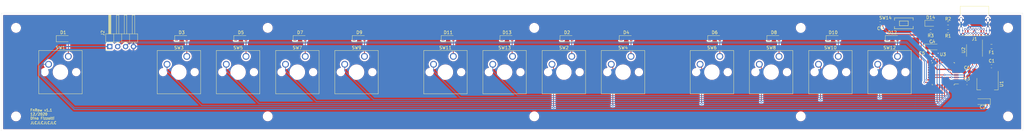
<source format=kicad_pcb>
(kicad_pcb (version 20171130) (host pcbnew 5.1.9)
  (title_block (title FnRow) (date 2020-12-23) (rev 1.1) (company "Dino Fizzotti"))
  (layers (0 Front signal) (1 In1.Cu signal) (2 In2.Cu signal) (31 Back signal) (34 B.Paste user) (35 F.Paste user) (36 B.SilkS user) (37 F.SilkS user) (38 B.Mask user) (39 F.Mask user) (44 Edge.Cuts user))
  (net 0 "")
  (net 1 +5V)
  (net 2 GND)
  (net 3 +3V3)
  (net 4 "Net-(D1-Pad2)")
  (net 5 /ROW0)
  (net 6 /ROW1)
  (net 7 "Net-(D2-Pad2)")
  (net 8 "Net-(D3-Pad2)")
  (net 9 "Net-(D4-Pad2)")
  (net 10 "Net-(D5-Pad2)")
  (net 11 "Net-(D6-Pad2)")
  (net 12 "Net-(D7-Pad2)")
  (net 13 "Net-(D8-Pad2)")
  (net 14 "Net-(D9-Pad2)")
  (net 15 "Net-(D10-Pad2)")
  (net 16 "Net-(D11-Pad2)")
  (net 17 "Net-(D12-Pad2)")
  (net 18 "Net-(D13-Pad2)")
  (net 19 "Net-(D14-Pad2)")
  (net 20 "Net-(F1-Pad2)")
  (net 21 "Net-(J1-PadA5)")
  (net 22 "Net-(J1-PadA6)")
  (net 23 "Net-(J1-PadA7)")
  (net 24 "Net-(J1-PadA8)")
  (net 25 "Net-(J1-PadB5)")
  (net 26 "Net-(J1-PadB8)")
  (net 27 /SWDIO)
  (net 28 /SWCLK)
  (net 29 /COL0)
  (net 30 /COL1)
  (net 31 /COL2)
  (net 32 /COL3)
  (net 33 /COL4)
  (net 34 /COL5)
  (net 35 /COL6)
  (net 36 "Net-(U3-Pad2)")
  (net 37 "Net-(U3-Pad3)")
  (net 38 "Net-(U3-Pad8)")
  (net 39 "Net-(U3-Pad9)")
  (net 40 "Net-(U3-Pad10)")
  (net 41 "Net-(U3-Pad11)")
  (net 42 "Net-(U3-Pad12)")
  (net 43 "Net-(U3-Pad13)")
  (net 44 "Net-(U3-Pad18)")
  (net 45 "Net-(U3-Pad19)")
  (net 46 "Net-(U3-Pad20)")
  (net 47 /USB_DM)
  (net 48 /USB_DP)
  (net 49 "Net-(U3-Pad31)")
  (net 50 /NRST)
  (net 51 /LED)
  (module Connector_USB:USB_C_Receptacle_GCT_USB4085 (layer Front) (at 361.3785 132.9055 180)
    (fp_text reference J1 (at 2.975 -1.8) (layer F.SilkS))
    (fp_text value USB_C_Receptacle_USB2.0)
    (pad A1 thru_hole circle (at 0 0 180) (size 0.7 0.7) (drill 0.4) (layers *.Cu *.Mask) (net 2 GND))
    (pad A4 thru_hole circle (at 0.85 0 180) (size 0.7 0.7) (drill 0.4) (layers *.Cu *.Mask) (net 20 "Net-(F1-Pad2)"))
    (pad A5 thru_hole circle (at 1.7 0 180) (size 0.7 0.7) (drill 0.4) (layers *.Cu *.Mask) (net 21 "Net-(J1-PadA5)"))
    (pad A6 thru_hole circle (at 2.55 0 180) (size 0.7 0.7) (drill 0.4) (layers *.Cu *.Mask) (net 22 "Net-(J1-PadA6)"))
    (pad A7 thru_hole circle (at 3.4 0 180) (size 0.7 0.7) (drill 0.4) (layers *.Cu *.Mask) (net 23 "Net-(J1-PadA7)"))
    (pad A8 thru_hole circle (at 4.25 0 180) (size 0.7 0.7) (drill 0.4) (layers *.Cu *.Mask) (net 24 "Net-(J1-PadA8)"))
    (pad A9 thru_hole circle (at 5.1 0 180) (size 0.7 0.7) (drill 0.4) (layers *.Cu *.Mask) (net 20 "Net-(F1-Pad2)"))
    (pad A12 thru_hole circle (at 5.95 0 180) (size 0.7 0.7) (drill 0.4) (layers *.Cu *.Mask) (net 2 GND))
    (pad B9 thru_hole circle (at 0.85 1.35 180) (size 0.7 0.7) (drill 0.4) (layers *.Cu *.Mask) (net 20 "Net-(F1-Pad2)"))
    (pad B7 thru_hole circle (at 2.55 1.35 180) (size 0.7 0.7) (drill 0.4) (layers *.Cu *.Mask) (net 23 "Net-(J1-PadA7)"))
    (pad B8 thru_hole circle (at 1.7 1.35 180) (size 0.7 0.7) (drill 0.4) (layers *.Cu *.Mask) (net 26 "Net-(J1-PadB8)"))
    (pad B12 thru_hole circle (at 0 1.35 180) (size 0.7 0.7) (drill 0.4) (layers *.Cu *.Mask) (net 2 GND))
    (pad B5 thru_hole circle (at 4.25 1.35 180) (size 0.7 0.7) (drill 0.4) (layers *.Cu *.Mask) (net 25 "Net-(J1-PadB5)"))
    (pad B4 thru_hole circle (at 5.1 1.35 180) (size 0.7 0.7) (drill 0.4) (layers *.Cu *.Mask) (net 20 "Net-(F1-Pad2)"))
    (pad B1 thru_hole circle (at 5.95 1.35 180) (size 0.7 0.7) (drill 0.4) (layers *.Cu *.Mask) (net 2 GND))
    (pad B6 thru_hole circle (at 3.4 1.35 180) (size 0.7 0.7) (drill 0.4) (layers *.Cu *.Mask) (net 22 "Net-(J1-PadA6)"))
    (pad S1 thru_hole oval (at -1.35 0.98 180) (size 0.9 2.4) (drill oval 0.6 2.1) (layers *.Cu *.Mask) (net 2 GND))
    (pad S1 thru_hole oval (at 7.3 0.98 180) (size 0.9 2.4) (drill oval 0.6 2.1) (layers *.Cu *.Mask) (net 2 GND))
    (pad S1 thru_hole oval (at -1.35 4.36 180) (size 0.9 1.7) (drill oval 0.6 1.4) (layers *.Cu *.Mask) (net 2 GND))
    (pad S1 thru_hole oval (at 7.3 4.36 180) (size 0.9 1.7) (drill oval 0.6 1.4) (layers *.Cu *.Mask) (net 2 GND))
  )
  (module Diode_SMD:D_SOD-123 (layer Front) (at 160.528 134.62)
    (fp_text reference D9 (at 0 -2) (layer F.SilkS))
    (fp_text value 1N4148)
    (pad 2 smd rect (at 1.65 0) (size 0.9 1.2) (layers Front F.Paste F.Mask) (net 14 "Net-(D9-Pad2)"))
    (pad 1 smd rect (at -1.65 0) (size 0.9 1.2) (layers Front F.Paste F.Mask) (net 5 /ROW0))
  )
  (module Diode_SMD:D_SOD-123 (layer Front) (at 122.428 134.62)
    (fp_text reference D5 (at 0 -2) (layer F.SilkS))
    (fp_text value 1N4148)
    (pad 2 smd rect (at 1.65 0) (size 0.9 1.2) (layers Front F.Paste F.Mask) (net 10 "Net-(D5-Pad2)"))
    (pad 1 smd rect (at -1.65 0) (size 0.9 1.2) (layers Front F.Paste F.Mask) (net 5 /ROW0))
  )
  (module Diode_SMD:D_SOD-123 (layer Front) (at 208.026 134.62)
    (fp_text reference D13 (at 0 -2) (layer F.SilkS))
    (fp_text value 1N4148)
    (pad 2 smd rect (at 1.65 0) (size 0.9 1.2) (layers Front F.Paste F.Mask) (net 18 "Net-(D13-Pad2)"))
    (pad 1 smd rect (at -1.65 0) (size 0.9 1.2) (layers Front F.Paste F.Mask) (net 5 /ROW0))
  )
  (module Diode_SMD:D_SOD-123 (layer Front) (at 331.978 134.62)
    (fp_text reference D12 (at 0 -2) (layer F.SilkS))
    (fp_text value 1N4148)
    (pad 2 smd rect (at 1.65 0) (size 0.9 1.2) (layers Front F.Paste F.Mask) (net 17 "Net-(D12-Pad2)"))
    (pad 1 smd rect (at -1.65 0) (size 0.9 1.2) (layers Front F.Paste F.Mask) (net 6 /ROW1))
  )
  (module Diode_SMD:D_SOD-123 (layer Front) (at 189.104 134.62)
    (fp_text reference D11 (at 0 -2) (layer F.SilkS))
    (fp_text value 1N4148)
    (pad 2 smd rect (at 1.65 0) (size 0.9 1.2) (layers Front F.Paste F.Mask) (net 16 "Net-(D11-Pad2)"))
    (pad 1 smd rect (at -1.65 0) (size 0.9 1.2) (layers Front F.Paste F.Mask) (net 5 /ROW0))
  )
  (module Diode_SMD:D_SOD-123 (layer Front) (at 312.928 134.62)
    (fp_text reference D10 (at 0 -2) (layer F.SilkS))
    (fp_text value 1N4148)
    (pad 2 smd rect (at 1.65 0) (size 0.9 1.2) (layers Front F.Paste F.Mask) (net 15 "Net-(D10-Pad2)"))
    (pad 1 smd rect (at -1.65 0) (size 0.9 1.2) (layers Front F.Paste F.Mask) (net 6 /ROW1))
  )
  (module Diode_SMD:D_SOD-123 (layer Front) (at 293.878 134.62)
    (fp_text reference D8 (at 0 -2) (layer F.SilkS))
    (fp_text value 1N4148)
    (pad 2 smd rect (at 1.65 0) (size 0.9 1.2) (layers Front F.Paste F.Mask) (net 13 "Net-(D8-Pad2)"))
    (pad 1 smd rect (at -1.65 0) (size 0.9 1.2) (layers Front F.Paste F.Mask) (net 6 /ROW1))
  )
  (module Diode_SMD:D_SOD-123 (layer Front) (at 141.478 134.62)
    (fp_text reference D7 (at 0 -2) (layer F.SilkS))
    (fp_text value 1N4148)
    (pad 2 smd rect (at 1.65 0) (size 0.9 1.2) (layers Front F.Paste F.Mask) (net 12 "Net-(D7-Pad2)"))
    (pad 1 smd rect (at -1.65 0) (size 0.9 1.2) (layers Front F.Paste F.Mask) (net 5 /ROW0))
  )
  (module Diode_SMD:D_SOD-123 (layer Front) (at 274.828 134.62)
    (fp_text reference D6 (at 0 -2) (layer F.SilkS))
    (fp_text value 1N4148)
    (pad 2 smd rect (at 1.65 0) (size 0.9 1.2) (layers Front F.Paste F.Mask) (net 11 "Net-(D6-Pad2)"))
    (pad 1 smd rect (at -1.65 0) (size 0.9 1.2) (layers Front F.Paste F.Mask) (net 6 /ROW1))
  )
  (module Diode_SMD:D_SOD-123 (layer Front) (at 246.38 134.62)
    (fp_text reference D4 (at 0 -2) (layer F.SilkS))
    (fp_text value 1N4148)
    (pad 2 smd rect (at 1.65 0) (size 0.9 1.2) (layers Front F.Paste F.Mask) (net 9 "Net-(D4-Pad2)"))
    (pad 1 smd rect (at -1.65 0) (size 0.9 1.2) (layers Front F.Paste F.Mask) (net 6 /ROW1))
  )
  (module Diode_SMD:D_SOD-123 (layer Front) (at 103.378 134.62)
    (fp_text reference D3 (at 0 -2) (layer F.SilkS))
    (fp_text value 1N4148)
    (pad 2 smd rect (at 1.65 0) (size 0.9 1.2) (layers Front F.Paste F.Mask) (net 8 "Net-(D3-Pad2)"))
    (pad 1 smd rect (at -1.65 0) (size 0.9 1.2) (layers Front F.Paste F.Mask) (net 5 /ROW0))
  )
  (module Diode_SMD:D_SOD-123 (layer Front) (at 227.33 134.62)
    (fp_text reference D2 (at 0 -2) (layer F.SilkS))
    (fp_text value 1N4148)
    (pad 2 smd rect (at 1.65 0) (size 0.9 1.2) (layers Front F.Paste F.Mask) (net 7 "Net-(D2-Pad2)"))
    (pad 1 smd rect (at -1.65 0) (size 0.9 1.2) (layers Front F.Paste F.Mask) (net 6 /ROW1))
  )
  (module Diode_SMD:D_SOD-123 (layer Front) (at 65.278 134.62)
    (fp_text reference D1 (at 0 -2) (layer F.SilkS))
    (fp_text value 1N4148)
    (pad 2 smd rect (at 1.65 0) (size 0.9 1.2) (layers Front F.Paste F.Mask) (net 4 "Net-(D1-Pad2)"))
    (pad 1 smd rect (at -1.65 0) (size 0.9 1.2) (layers Front F.Paste F.Mask) (net 5 /ROW0))
  )
  (module Fuse:Fuse_0805_2012Metric_Pad1.15x1.40mm_HandSolder (layer Front) (at 363.855 137.16)
    (fp_text reference F1 (at 0 1.905) (layer F.SilkS))
    (fp_text value 100mA)
    (pad 2 smd roundrect (at 1.025 0) (size 1.15 1.4) (layers Front F.Paste F.Mask) (roundrect_rratio 0.217391) (net 20 "Net-(F1-Pad2)"))
    (pad 1 smd roundrect (at -1.025 0) (size 1.15 1.4) (layers Front F.Paste F.Mask) (roundrect_rratio 0.217391) (net 1 +5V))
  )
  (module Package_SO:SOIC-8_3.9x4.9mm_P1.27mm (layer Front) (at 358.394 138.43 270)
    (fp_text reference U2 (at -0.062 3.556 90) (layer F.SilkS))
    (fp_text value USB6B1)
    (pad 8 smd roundrect (at 2.475 -1.905 270) (size 1.95 0.6) (layers Front F.Paste F.Mask) (net 1 +5V))
    (pad 7 smd roundrect (at 2.475 -0.635 270) (size 1.95 0.6) (layers Front F.Paste F.Mask) (net 48 /USB_DP))
    (pad 6 smd roundrect (at 2.475 0.635 270) (size 1.95 0.6) (layers Front F.Paste F.Mask) (net 47 /USB_DM))
    (pad 5 smd roundrect (at 2.475 1.905 270) (size 1.95 0.6) (layers Front F.Paste F.Mask) (net 2 GND))
    (pad 4 smd roundrect (at -2.475 1.905 270) (size 1.95 0.6) (layers Front F.Paste F.Mask) (net 2 GND))
    (pad 3 smd roundrect (at -2.475 0.635 270) (size 1.95 0.6) (layers Front F.Paste F.Mask) (net 23 "Net-(J1-PadA7)"))
    (pad 2 smd roundrect (at -2.475 -0.635 270) (size 1.95 0.6) (layers Front F.Paste F.Mask) (net 22 "Net-(J1-PadA6)"))
    (pad 1 smd roundrect (at -2.475 -1.905 270) (size 1.95 0.6) (layers Front F.Paste F.Mask) (net 1 +5V))
  )
  (module Capacitor_SMD:C_0603_1608Metric_Pad1.08x0.95mm_HandSolder (layer Front) (at 363.855 143.51)
    (fp_text reference C1 (at 0.0635 -1.7145) (layer F.SilkS))
    (fp_text value 100nF)
    (pad 2 smd roundrect (at 0.8625 0) (size 1.075 0.95) (layers Front F.Paste F.Mask) (net 2 GND))
    (pad 1 smd roundrect (at -0.8625 0) (size 1.075 0.95) (layers Front F.Paste F.Mask) (net 1 +5V))
  )
  (module Capacitor_Tantalum_SMD:CP_EIA-3216-12_Kemet-S_Pad1.58x1.35mm_HandSolder (layer Front) (at 361.0205 154.94 180)
    (fp_text reference C2 (at 0 -1.75) (layer F.SilkS))
    (fp_text value 10uF)
    (pad 2 smd roundrect (at 1.4375 0 180) (size 1.575 1.35) (layers Front F.Paste F.Mask) (roundrect_rratio 0.185185) (net 2 GND))
    (pad 1 smd roundrect (at -1.4375 0 180) (size 1.575 1.35) (layers Front F.Paste F.Mask) (roundrect_rratio 0.185185) (net 3 +3V3))
  )
  (module Capacitor_SMD:C_0603_1608Metric_Pad1.08x0.95mm_HandSolder (layer Front) (at 355.981 148.971)
    (fp_text reference C3 (at 0 -1.43) (layer F.SilkS))
    (fp_text value 100nF)
    (pad 2 smd roundrect (at 0.8625 0) (size 1.075 0.95) (layers Front F.Paste F.Mask) (net 2 GND))
    (pad 1 smd roundrect (at -0.8625 0) (size 1.075 0.95) (layers Front F.Paste F.Mask) (net 3 +3V3))
  )
  (module Capacitor_Tantalum_SMD:CP_EIA-3216-12_Kemet-S_Pad1.58x1.35mm_HandSolder (layer Front) (at 344.805 137.287)
    (fp_text reference C4 (at 0 -1.75) (layer F.SilkS))
    (fp_text value 4.7uF)
    (pad 2 smd roundrect (at 1.4375 0) (size 1.575 1.35) (layers Front F.Paste F.Mask) (roundrect_rratio 0.185185) (net 2 GND))
    (pad 1 smd roundrect (at -1.4375 0) (size 1.575 1.35) (layers Front F.Paste F.Mask) (roundrect_rratio 0.185185) (net 3 +3V3))
  )
  (module Capacitor_SMD:C_0603_1608Metric_Pad1.08x0.95mm_HandSolder (layer Front) (at 344.297 139.319)
    (fp_text reference C5 (at -2.794 0) (layer F.SilkS))
    (fp_text value 100nF)
    (pad 2 smd roundrect (at 0.8625 0) (size 1.075 0.95) (layers Front F.Paste F.Mask) (net 2 GND))
    (pad 1 smd roundrect (at -0.8625 0) (size 1.075 0.95) (layers Front F.Paste F.Mask) (net 3 +3V3))
  )
  (module Capacitor_SMD:C_0603_1608Metric_Pad1.08x0.95mm_HandSolder (layer Front) (at 355.981 145.415)
    (fp_text reference C6 (at 0 -1.43) (layer F.SilkS))
    (fp_text value 100nF)
    (pad 2 smd roundrect (at 0.8625 0) (size 1.075 0.95) (layers Front F.Paste F.Mask) (net 2 GND))
    (pad 1 smd roundrect (at -0.8625 0) (size 1.075 0.95) (layers Front F.Paste F.Mask) (net 3 +3V3))
  )
  (module Capacitor_SMD:C_0603_1608Metric_Pad1.08x0.95mm_HandSolder (layer Front) (at 328.041 129.667 180)
    (fp_text reference C7 (at 0 -1.651) (layer F.SilkS))
    (fp_text value 100nF)
    (pad 2 smd roundrect (at 0.8625 0 180) (size 1.075 0.95) (layers Front F.Paste F.Mask) (net 2 GND))
    (pad 1 smd roundrect (at -0.8625 0 180) (size 1.075 0.95) (layers Front F.Paste F.Mask) (net 50 /NRST))
  )
  (module LED_SMD:LED_0805_2012Metric_Pad1.15x1.40mm_HandSolder (layer Front) (at 344.297 129.667)
    (fp_text reference D14 (at 0 -1.905) (layer F.SilkS))
    (fp_text value LED)
    (pad 2 smd roundrect (at 1.025 0) (size 1.15 1.4) (layers Front F.Paste F.Mask) (roundrect_rratio 0.217391) (net 19 "Net-(D14-Pad2)"))
    (pad 1 smd roundrect (at -1.025 0) (size 1.15 1.4) (layers Front F.Paste F.Mask) (roundrect_rratio 0.217391) (net 2 GND))
  )
  (module MountingHole:MountingHole_2.2mm_M2 (layer Front) (at 50.1015 159.7025)
    (fp_text reference H1 hide)
    (fp_text value MountingHole)
    (pad 1 np_thru_hole circle (at 0 0) (size 2.2 2.2) (drill 2.2) (layers *.Cu *.Mask))
  )
  (module MountingHole:MountingHole_2.2mm_M2 (layer Front) (at 50.1015 131.1275)
    (fp_text reference H2 hide)
    (fp_text value MountingHole)
    (pad 1 np_thru_hole circle (at 0 0) (size 2.2 2.2) (drill 2.2) (layers *.Cu *.Mask))
  )
  (module MountingHole:MountingHole_2.2mm_M2 (layer Front) (at 131.064 159.7025)
    (fp_text reference H3 hide)
    (fp_text value MountingHole)
    (pad 1 np_thru_hole circle (at 0 0) (size 2.2 2.2) (drill 2.2) (layers *.Cu *.Mask))
  )
  (module MountingHole:MountingHole_2.2mm_M2 (layer Front) (at 131.064 131.1275)
    (fp_text reference H4 hide)
    (fp_text value MountingHole)
    (pad 1 np_thru_hole circle (at 0 0) (size 2.2 2.2) (drill 2.2) (layers *.Cu *.Mask))
  )
  (module MountingHole:MountingHole_2.2mm_M2 (layer Front) (at 216.789 159.7025)
    (fp_text reference H5 hide)
    (fp_text value MountingHole)
    (pad 1 np_thru_hole circle (at 0 0) (size 2.2 2.2) (drill 2.2) (layers *.Cu *.Mask))
  )
  (module MountingHole:MountingHole_2.2mm_M2 (layer Front) (at 216.789 131.1275)
    (fp_text reference H6 hide)
    (fp_text value MountingHole)
    (pad 1 np_thru_hole circle (at 0 0) (size 2.2 2.2) (drill 2.2) (layers *.Cu *.Mask))
  )
  (module MountingHole:MountingHole_2.2mm_M2 (layer Front) (at 302.514 159.7025)
    (fp_text reference H7 hide)
    (fp_text value MountingHole)
    (pad 1 np_thru_hole circle (at 0 0) (size 2.2 2.2) (drill 2.2) (layers *.Cu *.Mask))
  )
  (module MountingHole:MountingHole_2.2mm_M2 (layer Front) (at 302.514 131.1275)
    (fp_text reference H8 hide)
    (fp_text value MountingHole)
    (pad 1 np_thru_hole circle (at 0 0) (size 2.2 2.2) (drill 2.2) (layers *.Cu *.Mask))
  )
  (module MountingHole:MountingHole_2.2mm_M2 (layer Front) (at 369.189 159.7025)
    (fp_text reference H9 hide)
    (fp_text value MountingHole)
    (pad 1 np_thru_hole circle (at 0 0) (size 2.2 2.2) (drill 2.2) (layers *.Cu *.Mask))
  )
  (module MountingHole:MountingHole_2.2mm_M2 (layer Front) (at 369.189 131.1275)
    (fp_text reference H10 hide)
    (fp_text value MountingHole)
    (pad 1 np_thru_hole circle (at 0 0) (size 2.2 2.2) (drill 2.2) (layers *.Cu *.Mask))
  )
  (module Connector_PinHeader_2.54mm:PinHeader_1x04_P2.54mm_Horizontal (layer Front) (at 80.264 137.16 90)
    (fp_text reference J2 (at 4.385 -2.27 90) (layer F.SilkS))
    (fp_text value Conn_01x04)
    (pad 4 thru_hole oval (at 0 7.62 90) (size 1.7 1.7) (drill 1) (layers *.Cu *.Mask) (net 2 GND))
    (pad 3 thru_hole oval (at 0 5.08 90) (size 1.7 1.7) (drill 1) (layers *.Cu *.Mask) (net 28 /SWCLK))
    (pad 2 thru_hole oval (at 0 2.54 90) (size 1.7 1.7) (drill 1) (layers *.Cu *.Mask) (net 27 /SWDIO))
    (pad 1 thru_hole rect (at 0 0 90) (size 1.7 1.7) (drill 1) (layers *.Cu *.Mask) (net 3 +3V3))
  )
  (module Resistor_SMD:R_0603_1608Metric_Pad0.98x0.95mm_HandSolder (layer Front) (at 349.885 132.207)
    (fp_text reference R1 (at 0 1.524) (layer F.SilkS))
    (fp_text value 5k1)
    (pad 2 smd roundrect (at 0.9125 0) (size 0.975 0.95) (layers Front F.Paste F.Mask) (net 21 "Net-(J1-PadA5)"))
    (pad 1 smd roundrect (at -0.9125 0) (size 0.975 0.95) (layers Front F.Paste F.Mask) (net 2 GND))
  )
  (module Resistor_SMD:R_0603_1608Metric_Pad0.98x0.95mm_HandSolder (layer Front) (at 349.885 129.667)
    (fp_text reference R2 (at 0 -1.43) (layer F.SilkS))
    (fp_text value 5k1)
    (pad 2 smd roundrect (at 0.9125 0) (size 0.975 0.95) (layers Front F.Paste F.Mask) (net 25 "Net-(J1-PadB5)"))
    (pad 1 smd roundrect (at -0.9125 0) (size 0.975 0.95) (layers Front F.Paste F.Mask) (net 2 GND))
  )
  (module Resistor_SMD:R_0603_1608Metric_Pad0.98x0.95mm_HandSolder (layer Front) (at 344.297 132.207 180)
    (fp_text reference R3 (at 0 -1.43) (layer F.SilkS))
    (fp_text value 100R)
    (pad 2 smd roundrect (at 0.9125 0 180) (size 0.975 0.95) (layers Front F.Paste F.Mask) (net 51 /LED))
    (pad 1 smd roundrect (at -0.9125 0 180) (size 0.975 0.95) (layers Front F.Paste F.Mask) (net 19 "Net-(D14-Pad2)"))
  )
  (module eec:Wuerth_Elektronik-434121043816-Manufacturer_Recommended (layer Front) (at 335.661 129.667 180)
    (fp_text reference SW14 (at 3.81 1.778) (layer F.SilkS) (effects (justify right)))
    (fp_text value SW_Push hide)
    (pad 2 smd rect (at 3.350006 0 180) (size 2.3 1.5) (layers Front F.Paste F.Mask) (net 50 /NRST))
    (pad 1 smd rect (at -3.350006 0 180) (size 2.3 1.5) (layers Front F.Paste F.Mask) (net 2 GND))
  )
  (module Package_TO_SOT_SMD:SOT-223-3_TabPin2 (layer Front) (at 362.585 149.225 270)
    (fp_text reference U1 (at 0 -4.5 90) (layer F.SilkS))
    (fp_text value LD1117S33TR_SOT223)
    (pad 1 smd rect (at -3.15 -2.3 270) (size 2 1.5) (layers Front F.Paste F.Mask) (net 2 GND))
    (pad 3 smd rect (at -3.15 2.3 270) (size 2 1.5) (layers Front F.Paste F.Mask) (net 1 +5V))
    (pad 2 smd rect (at -3.15 0 270) (size 2 1.5) (layers Front F.Paste F.Mask) (net 3 +3V3))
    (pad 2 smd rect (at 3.15 0 270) (size 2 3.8) (layers Front F.Paste F.Mask) (net 3 +3V3))
  )
  (module Package_QFP:LQFP-32_7x7mm_P0.8mm (layer Front) (at 348.361 145.923 180)
    (fp_text reference U3 (at 0.127 6.223) (layer F.SilkS))
    (fp_text value STM32F042K6Tx)
    (pad 32 smd roundrect (at -2.8 -4.175 180) (size 0.5 1.5) (layers Front F.Paste F.Mask) (net 2 GND))
    (pad 31 smd roundrect (at -2 -4.175 180) (size 0.5 1.5) (layers Front F.Paste F.Mask) (net 49 "Net-(U3-Pad31)"))
    (pad 30 smd roundrect (at -1.2 -4.175 180) (size 0.5 1.5) (layers Front F.Paste F.Mask) (net 35 /COL6))
    (pad 29 smd roundrect (at -0.4 -4.175 180) (size 0.5 1.5) (layers Front F.Paste F.Mask) (net 34 /COL5))
    (pad 28 smd roundrect (at 0.4 -4.175 180) (size 0.5 1.5) (layers Front F.Paste F.Mask) (net 33 /COL4))
    (pad 27 smd roundrect (at 1.2 -4.175 180) (size 0.5 1.5) (layers Front F.Paste F.Mask) (net 32 /COL3))
    (pad 26 smd roundrect (at 2 -4.175 180) (size 0.5 1.5) (layers Front F.Paste F.Mask) (net 31 /COL2))
    (pad 25 smd roundrect (at 2.8 -4.175 180) (size 0.5 1.5) (layers Front F.Paste F.Mask) (net 51 /LED))
    (pad 24 smd roundrect (at 4.175 -2.8 180) (size 1.5 0.5) (layers Front F.Paste F.Mask) (net 28 /SWCLK))
    (pad 23 smd roundrect (at 4.175 -2 180) (size 1.5 0.5) (layers Front F.Paste F.Mask) (net 27 /SWDIO))
    (pad 22 smd roundrect (at 4.175 -1.2 180) (size 1.5 0.5) (layers Front F.Paste F.Mask) (net 48 /USB_DP))
    (pad 21 smd roundrect (at 4.175 -0.4 180) (size 1.5 0.5) (layers Front F.Paste F.Mask) (net 47 /USB_DM))
    (pad 20 smd roundrect (at 4.175 0.4 180) (size 1.5 0.5) (layers Front F.Paste F.Mask) (net 46 "Net-(U3-Pad20)"))
    (pad 19 smd roundrect (at 4.175 1.2 180) (size 1.5 0.5) (layers Front F.Paste F.Mask) (net 45 "Net-(U3-Pad19)"))
    (pad 18 smd roundrect (at 4.175 2 180) (size 1.5 0.5) (layers Front F.Paste F.Mask) (net 44 "Net-(U3-Pad18)"))
    (pad 17 smd roundrect (at 4.175 2.8 180) (size 1.5 0.5) (layers Front F.Paste F.Mask) (net 3 +3V3))
    (pad 16 smd roundrect (at 2.8 4.175 180) (size 0.5 1.5) (layers Front F.Paste F.Mask) (net 2 GND))
    (pad 15 smd roundrect (at 2 4.175 180) (size 0.5 1.5) (layers Front F.Paste F.Mask) (net 30 /COL1))
    (pad 14 smd roundrect (at 1.2 4.175 180) (size 0.5 1.5) (layers Front F.Paste F.Mask) (net 29 /COL0))
    (pad 13 smd roundrect (at 0.4 4.175 180) (size 0.5 1.5) (layers Front F.Paste F.Mask) (net 43 "Net-(U3-Pad13)"))
    (pad 12 smd roundrect (at -0.4 4.175 180) (size 0.5 1.5) (layers Front F.Paste F.Mask) (net 42 "Net-(U3-Pad12)"))
    (pad 11 smd roundrect (at -1.2 4.175 180) (size 0.5 1.5) (layers Front F.Paste F.Mask) (net 41 "Net-(U3-Pad11)"))
    (pad 10 smd roundrect (at -2 4.175 180) (size 0.5 1.5) (layers Front F.Paste F.Mask) (net 40 "Net-(U3-Pad10)"))
    (pad 9 smd roundrect (at -2.8 4.175 180) (size 0.5 1.5) (layers Front F.Paste F.Mask) (net 39 "Net-(U3-Pad9)"))
    (pad 8 smd roundrect (at -4.175 2.8 180) (size 1.5 0.5) (layers Front F.Paste F.Mask) (net 38 "Net-(U3-Pad8)"))
    (pad 7 smd roundrect (at -4.175 2 180) (size 1.5 0.5) (layers Front F.Paste F.Mask) (net 6 /ROW1))
    (pad 6 smd roundrect (at -4.175 1.2 180) (size 1.5 0.5) (layers Front F.Paste F.Mask) (net 5 /ROW0))
    (pad 5 smd roundrect (at -4.175 0.4 180) (size 1.5 0.5) (layers Front F.Paste F.Mask) (net 3 +3V3))
    (pad 4 smd roundrect (at -4.175 -0.4 180) (size 1.5 0.5) (layers Front F.Paste F.Mask) (net 50 /NRST))
    (pad 3 smd roundrect (at -4.175 -1.2 180) (size 1.5 0.5) (layers Front F.Paste F.Mask) (net 37 "Net-(U3-Pad3)"))
    (pad 2 smd roundrect (at -4.175 -2 180) (size 1.5 0.5) (layers Front F.Paste F.Mask) (net 36 "Net-(U3-Pad2)"))
    (pad 1 smd roundrect (at -4.175 -2.8 180) (size 1.5 0.5) (layers Front F.Paste F.Mask) (net 3 +3V3))
  )
  (module Button_Switch_Keyboard:SW_Cherry_MX_1.00u_PCB (layer Front) (at 66.929 140.335)
    (fp_text reference SW1 (at -2.54 -2.794) (layer F.SilkS))
    (fp_text value SW_Push)
    (pad 1 thru_hole circle (at 0 0) (size 2.2 2.2) (drill 1.5) (layers *.Cu *.Mask) (net 4 "Net-(D1-Pad2)"))
    (pad 2 thru_hole circle (at -6.35 2.54) (size 2.2 2.2) (drill 1.5) (layers *.Cu *.Mask) (net 29 /COL0))
    (pad "" np_thru_hole circle (at -2.54 5.08) (size 4 4) (drill 4) (layers *.Cu *.Mask))
    (pad "" np_thru_hole circle (at -7.62 5.08) (size 1.7 1.7) (drill 1.7) (layers *.Cu *.Mask))
    (pad "" np_thru_hole circle (at 2.54 5.08) (size 1.7 1.7) (drill 1.7) (layers *.Cu *.Mask))
  )
  (module Button_Switch_Keyboard:SW_Cherry_MX_1.00u_PCB (layer Front) (at 228.854 140.335)
    (fp_text reference SW2 (at -2.54 -2.794) (layer F.SilkS))
    (fp_text value SW_Push)
    (pad "" np_thru_hole circle (at 2.54 5.08) (size 1.7 1.7) (drill 1.7) (layers *.Cu *.Mask))
    (pad "" np_thru_hole circle (at -7.62 5.08) (size 1.7 1.7) (drill 1.7) (layers *.Cu *.Mask))
    (pad "" np_thru_hole circle (at -2.54 5.08) (size 4 4) (drill 4) (layers *.Cu *.Mask))
    (pad 2 thru_hole circle (at -6.35 2.54) (size 2.2 2.2) (drill 1.5) (layers *.Cu *.Mask) (net 29 /COL0))
    (pad 1 thru_hole circle (at 0 0) (size 2.2 2.2) (drill 1.5) (layers *.Cu *.Mask) (net 7 "Net-(D2-Pad2)"))
  )
  (module Button_Switch_Keyboard:SW_Cherry_MX_1.00u_PCB (layer Front) (at 105.029 140.335)
    (fp_text reference SW3 (at -2.54 -2.794) (layer F.SilkS))
    (fp_text value SW_Push)
    (pad 1 thru_hole circle (at 0 0) (size 2.2 2.2) (drill 1.5) (layers *.Cu *.Mask) (net 8 "Net-(D3-Pad2)"))
    (pad 2 thru_hole circle (at -6.35 2.54) (size 2.2 2.2) (drill 1.5) (layers *.Cu *.Mask) (net 30 /COL1))
    (pad "" np_thru_hole circle (at -2.54 5.08) (size 4 4) (drill 4) (layers *.Cu *.Mask))
    (pad "" np_thru_hole circle (at -7.62 5.08) (size 1.7 1.7) (drill 1.7) (layers *.Cu *.Mask))
    (pad "" np_thru_hole circle (at 2.54 5.08) (size 1.7 1.7) (drill 1.7) (layers *.Cu *.Mask))
  )
  (module Button_Switch_Keyboard:SW_Cherry_MX_1.00u_PCB (layer Front) (at 247.904 140.335)
    (fp_text reference SW4 (at -2.54 -2.794) (layer F.SilkS))
    (fp_text value SW_Push)
    (pad "" np_thru_hole circle (at 2.54 5.08) (size 1.7 1.7) (drill 1.7) (layers *.Cu *.Mask))
    (pad "" np_thru_hole circle (at -7.62 5.08) (size 1.7 1.7) (drill 1.7) (layers *.Cu *.Mask))
    (pad "" np_thru_hole circle (at -2.54 5.08) (size 4 4) (drill 4) (layers *.Cu *.Mask))
    (pad 2 thru_hole circle (at -6.35 2.54) (size 2.2 2.2) (drill 1.5) (layers *.Cu *.Mask) (net 30 /COL1))
    (pad 1 thru_hole circle (at 0 0) (size 2.2 2.2) (drill 1.5) (layers *.Cu *.Mask) (net 9 "Net-(D4-Pad2)"))
  )
  (module Button_Switch_Keyboard:SW_Cherry_MX_1.00u_PCB (layer Front) (at 124.079 140.335)
    (fp_text reference SW5 (at -2.54 -2.794) (layer F.SilkS))
    (fp_text value SW_Push)
    (pad "" np_thru_hole circle (at 2.54 5.08) (size 1.7 1.7) (drill 1.7) (layers *.Cu *.Mask))
    (pad "" np_thru_hole circle (at -7.62 5.08) (size 1.7 1.7) (drill 1.7) (layers *.Cu *.Mask))
    (pad "" np_thru_hole circle (at -2.54 5.08) (size 4 4) (drill 4) (layers *.Cu *.Mask))
    (pad 2 thru_hole circle (at -6.35 2.54) (size 2.2 2.2) (drill 1.5) (layers *.Cu *.Mask) (net 31 /COL2))
    (pad 1 thru_hole circle (at 0 0) (size 2.2 2.2) (drill 1.5) (layers *.Cu *.Mask) (net 10 "Net-(D5-Pad2)"))
  )
  (module Button_Switch_Keyboard:SW_Cherry_MX_1.00u_PCB (layer Front) (at 276.479 140.335)
    (fp_text reference SW6 (at -2.54 -2.794) (layer F.SilkS))
    (fp_text value SW_Push)
    (pad 1 thru_hole circle (at 0 0) (size 2.2 2.2) (drill 1.5) (layers *.Cu *.Mask) (net 11 "Net-(D6-Pad2)"))
    (pad 2 thru_hole circle (at -6.35 2.54) (size 2.2 2.2) (drill 1.5) (layers *.Cu *.Mask) (net 31 /COL2))
    (pad "" np_thru_hole circle (at -2.54 5.08) (size 4 4) (drill 4) (layers *.Cu *.Mask))
    (pad "" np_thru_hole circle (at -7.62 5.08) (size 1.7 1.7) (drill 1.7) (layers *.Cu *.Mask))
    (pad "" np_thru_hole circle (at 2.54 5.08) (size 1.7 1.7) (drill 1.7) (layers *.Cu *.Mask))
  )
  (module Button_Switch_Keyboard:SW_Cherry_MX_1.00u_PCB (layer Front) (at 143.129 140.335)
    (fp_text reference SW7 (at -2.54 -2.794) (layer F.SilkS))
    (fp_text value SW_Push)
    (pad "" np_thru_hole circle (at 2.54 5.08) (size 1.7 1.7) (drill 1.7) (layers *.Cu *.Mask))
    (pad "" np_thru_hole circle (at -7.62 5.08) (size 1.7 1.7) (drill 1.7) (layers *.Cu *.Mask))
    (pad "" np_thru_hole circle (at -2.54 5.08) (size 4 4) (drill 4) (layers *.Cu *.Mask))
    (pad 2 thru_hole circle (at -6.35 2.54) (size 2.2 2.2) (drill 1.5) (layers *.Cu *.Mask) (net 32 /COL3))
    (pad 1 thru_hole circle (at 0 0) (size 2.2 2.2) (drill 1.5) (layers *.Cu *.Mask) (net 12 "Net-(D7-Pad2)"))
  )
  (module Button_Switch_Keyboard:SW_Cherry_MX_1.00u_PCB (layer Front) (at 295.529 140.335)
    (fp_text reference SW8 (at -2.54 -2.794) (layer F.SilkS))
    (fp_text value SW_Push)
    (pad 1 thru_hole circle (at 0 0) (size 2.2 2.2) (drill 1.5) (layers *.Cu *.Mask) (net 13 "Net-(D8-Pad2)"))
    (pad 2 thru_hole circle (at -6.35 2.54) (size 2.2 2.2) (drill 1.5) (layers *.Cu *.Mask) (net 32 /COL3))
    (pad "" np_thru_hole circle (at -2.54 5.08) (size 4 4) (drill 4) (layers *.Cu *.Mask))
    (pad "" np_thru_hole circle (at -7.62 5.08) (size 1.7 1.7) (drill 1.7) (layers *.Cu *.Mask))
    (pad "" np_thru_hole circle (at 2.54 5.08) (size 1.7 1.7) (drill 1.7) (layers *.Cu *.Mask))
  )
  (module Button_Switch_Keyboard:SW_Cherry_MX_1.00u_PCB (layer Front) (at 162.179 140.335)
    (fp_text reference SW9 (at -2.54 -2.794) (layer F.SilkS))
    (fp_text value SW_Push)
    (pad "" np_thru_hole circle (at 2.54 5.08) (size 1.7 1.7) (drill 1.7) (layers *.Cu *.Mask))
    (pad "" np_thru_hole circle (at -7.62 5.08) (size 1.7 1.7) (drill 1.7) (layers *.Cu *.Mask))
    (pad "" np_thru_hole circle (at -2.54 5.08) (size 4 4) (drill 4) (layers *.Cu *.Mask))
    (pad 2 thru_hole circle (at -6.35 2.54) (size 2.2 2.2) (drill 1.5) (layers *.Cu *.Mask) (net 33 /COL4))
    (pad 1 thru_hole circle (at 0 0) (size 2.2 2.2) (drill 1.5) (layers *.Cu *.Mask) (net 14 "Net-(D9-Pad2)"))
  )
  (module Button_Switch_Keyboard:SW_Cherry_MX_1.00u_PCB (layer Front) (at 314.579 140.335)
    (fp_text reference SW10 (at -2.54 -2.794) (layer F.SilkS))
    (fp_text value SW_Push)
    (pad 1 thru_hole circle (at 0 0) (size 2.2 2.2) (drill 1.5) (layers *.Cu *.Mask) (net 15 "Net-(D10-Pad2)"))
    (pad 2 thru_hole circle (at -6.35 2.54) (size 2.2 2.2) (drill 1.5) (layers *.Cu *.Mask) (net 33 /COL4))
    (pad "" np_thru_hole circle (at -2.54 5.08) (size 4 4) (drill 4) (layers *.Cu *.Mask))
    (pad "" np_thru_hole circle (at -7.62 5.08) (size 1.7 1.7) (drill 1.7) (layers *.Cu *.Mask))
    (pad "" np_thru_hole circle (at 2.54 5.08) (size 1.7 1.7) (drill 1.7) (layers *.Cu *.Mask))
  )
  (module Button_Switch_Keyboard:SW_Cherry_MX_1.00u_PCB (layer Front) (at 190.754 140.335)
    (fp_text reference SW11 (at -2.54 -2.794) (layer F.SilkS))
    (fp_text value SW_Push)
    (pad "" np_thru_hole circle (at 2.54 5.08) (size 1.7 1.7) (drill 1.7) (layers *.Cu *.Mask))
    (pad "" np_thru_hole circle (at -7.62 5.08) (size 1.7 1.7) (drill 1.7) (layers *.Cu *.Mask))
    (pad "" np_thru_hole circle (at -2.54 5.08) (size 4 4) (drill 4) (layers *.Cu *.Mask))
    (pad 2 thru_hole circle (at -6.35 2.54) (size 2.2 2.2) (drill 1.5) (layers *.Cu *.Mask) (net 34 /COL5))
    (pad 1 thru_hole circle (at 0 0) (size 2.2 2.2) (drill 1.5) (layers *.Cu *.Mask) (net 16 "Net-(D11-Pad2)"))
  )
  (module Button_Switch_Keyboard:SW_Cherry_MX_1.00u_PCB (layer Front) (at 333.629 140.335)
    (fp_text reference SW12 (at -2.54 -2.794) (layer F.SilkS))
    (fp_text value SW_Push)
    (pad 1 thru_hole circle (at 0 0) (size 2.2 2.2) (drill 1.5) (layers *.Cu *.Mask) (net 17 "Net-(D12-Pad2)"))
    (pad 2 thru_hole circle (at -6.35 2.54) (size 2.2 2.2) (drill 1.5) (layers *.Cu *.Mask) (net 34 /COL5))
    (pad "" np_thru_hole circle (at -2.54 5.08) (size 4 4) (drill 4) (layers *.Cu *.Mask))
    (pad "" np_thru_hole circle (at -7.62 5.08) (size 1.7 1.7) (drill 1.7) (layers *.Cu *.Mask))
    (pad "" np_thru_hole circle (at 2.54 5.08) (size 1.7 1.7) (drill 1.7) (layers *.Cu *.Mask))
  )
  (module Button_Switch_Keyboard:SW_Cherry_MX_1.00u_PCB (layer Front) (at 209.804 140.335)
    (fp_text reference SW13 (at -2.54 -2.794) (layer F.SilkS))
    (fp_text value SW_Push)
    (pad 1 thru_hole circle (at 0 0) (size 2.2 2.2) (drill 1.5) (layers *.Cu *.Mask) (net 18 "Net-(D13-Pad2)"))
    (pad 2 thru_hole circle (at -6.35 2.54) (size 2.2 2.2) (drill 1.5) (layers *.Cu *.Mask) (net 35 /COL6))
    (pad "" np_thru_hole circle (at -2.54 5.08) (size 4 4) (drill 4) (layers *.Cu *.Mask))
    (pad "" np_thru_hole circle (at -7.62 5.08) (size 1.7 1.7) (drill 1.7) (layers *.Cu *.Mask))
    (pad "" np_thru_hole circle (at 2.54 5.08) (size 1.7 1.7) (drill 1.7) (layers *.Cu *.Mask))
  )
  (gr_text JLCJLCJLCJLC (at 58.928 161.798) (layer F.SilkS) (effects (font (size 0.8128 0.8128) (thickness 0.1524))))
  (gr_text "FnRow v1.1\n12/2020\nDino Fizzotti" (at 54.61 159.004) (layer F.SilkS) (effects (font (size 0.8128 0.8128) (thickness 0.1524)) (justify left)))
  (gr_line (start 373.9515 126.365) (end 45.339 126.365) (layer Edge.Cuts) (width 0.05))
  (gr_line (start 373.9515 164.465) (end 373.9515 126.365) (layer Edge.Cuts) (width 0.05))
  (gr_line (start 45.339 164.465) (end 373.9515 164.465) (layer Edge.Cuts) (width 0.05))
  (gr_line (start 45.339 126.365) (end 45.339 164.465) (layer Edge.Cuts) (width 0.05))
  (segment (start 362.904 143.51) (end 360.299 140.905) (width 0.4) (layer Front) (net 1))
  (segment (start 362.9925 143.51) (end 362.904 143.51) (width 0.4) (layer Front) (net 1))
  (segment (start 361.504 137.16) (end 360.299 135.955) (width 0.4) (layer Front) (net 1))
  (segment (start 362.83 137.16) (end 361.504 137.16) (width 0.4) (layer Front) (net 1))
  (segment (start 362.9925 143.51) (end 361.569 143.51) (width 0.4) (layer Front) (net 1))
  (segment (start 360.285 144.794) (end 360.285 146.075) (width 0.4) (layer Front) (net 1))
  (segment (start 361.569 143.51) (end 360.285 144.794) (width 0.4) (layer Front) (net 1))
  (via (at 346.71 139.319) (size 0.6) (drill 0.3) (layers Front Back) (net 2))
  (via (at 344.551 141.732) (size 0.6) (drill 0.3) (layers Front Back) (net 2))
  (via (at 344.805 135.89) (size 0.6) (drill 0.3) (layers Front Back) (net 2))
  (segment (start 355.419 131.58) (end 355.419 132.93) (width 0.25) (layer Front) (net 2))
  (segment (start 361.369 131.58) (end 361.369 132.93) (width 0.25) (layer Front) (net 2))
  (segment (start 354.289 132.93) (end 354.074 132.715) (width 0.25) (layer Front) (net 2))
  (segment (start 355.419 132.93) (end 354.289 132.93) (width 0.25) (layer Front) (net 2))
  (segment (start 362.504 132.93) (end 362.719 132.715) (width 0.25) (layer Front) (net 2))
  (segment (start 361.369 132.93) (end 362.504 132.93) (width 0.25) (layer Front) (net 2))
  (segment (start 355.1185 145.415) (end 353.695 145.415) (width 0.4) (layer Front) (net 3))
  (segment (start 353.587 145.523) (end 352.536 145.523) (width 0.4) (layer Front) (net 3))
  (segment (start 353.695 145.415) (end 353.587 145.523) (width 0.4) (layer Front) (net 3))
  (segment (start 355.1185 148.971) (end 353.949 148.971) (width 0.4) (layer Front) (net 3))
  (segment (start 353.701 148.723) (end 352.536 148.723) (width 0.4) (layer Front) (net 3))
  (segment (start 353.949 148.971) (end 353.701 148.723) (width 0.4) (layer Front) (net 3))
  (segment (start 343.3675 139.252) (end 343.4345 139.319) (width 0.4) (layer Front) (net 3))
  (segment (start 343.3675 137.287) (end 343.3675 139.252) (width 0.4) (layer Front) (net 3))
  (segment (start 343.4345 142.3715) (end 344.186 143.123) (width 0.4) (layer Front) (net 3))
  (segment (start 343.4345 139.319) (end 343.4345 142.3715) (width 0.4) (layer Front) (net 3))
  (segment (start 355.1185 145.415) (end 355.1185 148.971) (width 0.4) (layer Front) (net 3))
  (segment (start 344.926 143.123) (end 344.186 143.123) (width 0.4) (layer Front) (net 3))
  (segment (start 346.329 144.526) (end 344.926 143.123) (width 0.4) (layer Front) (net 3))
  (segment (start 351.786 145.523) (end 350.789 144.526) (width 0.4) (layer Front) (net 3))
  (segment (start 352.536 145.523) (end 351.786 145.523) (width 0.4) (layer Front) (net 3))
  (segment (start 350.789 144.526) (end 346.329 144.526) (width 0.4) (layer Front) (net 3))
  (segment (start 362.4985 155.2345) (end 362.4985 155.2345) (width 0.4) (layer Front) (net 3))
  (via (at 362.4985 156.464) (size 0.6) (drill 0.3) (layers Front Back) (net 3))
  (segment (start 362.458 152.502) (end 362.585 152.375) (width 0.4) (layer Front) (net 3))
  (segment (start 362.458 154.94) (end 362.458 152.502) (width 0.4) (layer Front) (net 3))
  (segment (start 362.458 156.4235) (end 362.4985 156.464) (width 0.4) (layer Front) (net 3))
  (segment (start 362.458 154.94) (end 362.458 156.4235) (width 0.4) (layer Front) (net 3))
  (segment (start 358.5225 152.375) (end 355.1185 148.971) (width 0.4) (layer Front) (net 3))
  (segment (start 362.585 152.375) (end 358.5225 152.375) (width 0.4) (layer Front) (net 3))
  (segment (start 57.65699 143.566782) (end 64.063772 137.16) (width 0.4) (layer Back) (net 3))
  (segment (start 64.063772 137.16) (end 80.264 137.16) (width 0.4) (layer Back) (net 3))
  (segment (start 57.656989 146.307227) (end 57.65699 143.566782) (width 0.4) (layer Back) (net 3))
  (segment (start 68.821763 157.472001) (end 57.656989 146.307227) (width 0.4) (layer Back) (net 3))
  (segment (start 361.490499 157.472001) (end 68.821763 157.472001) (width 0.4) (layer Back) (net 3))
  (segment (start 362.4985 156.464) (end 361.490499 157.472001) (width 0.4) (layer Back) (net 3))
  (segment (start 66.929 134.621) (end 66.928 134.62) (width 0.25) (layer Front) (net 4))
  (segment (start 66.929 140.335) (end 66.929 134.621) (width 0.25) (layer Front) (net 4))
  (segment (start 353.286 144.723) (end 352.536 144.723) (width 0.25) (layer Front) (net 5))
  (segment (start 353.91502 142.685674) (end 353.915019 144.093981) (width 0.25) (layer Front) (net 5))
  (segment (start 344.49499 129.009058) (end 344.789058 128.71499) (width 0.25) (layer Front) (net 5))
  (segment (start 344.49499 130.324942) (end 344.49499 129.009058) (width 0.25) (layer Front) (net 5))
  (segment (start 343.259544 130.61901) (end 344.200922 130.61901) (width 0.25) (layer Front) (net 5))
  (segment (start 344.200922 130.61901) (end 344.49499 130.324942) (width 0.25) (layer Front) (net 5))
  (segment (start 344.789058 128.71499) (end 345.854942 128.71499) (width 0.25) (layer Front) (net 5))
  (segment (start 346.14901 134.919664) (end 353.91502 142.685674) (width 0.25) (layer Front) (net 5))
  (segment (start 345.854942 128.71499) (end 346.14901 129.009058) (width 0.25) (layer Front) (net 5))
  (segment (start 353.915019 144.093981) (end 353.286 144.723) (width 0.25) (layer Front) (net 5))
  (segment (start 346.14901 129.009058) (end 346.14901 134.919664) (width 0.25) (layer Front) (net 5))
  (segment (start 340.637565 133.240989) (end 343.259544 130.61901) (width 0.25) (layer Front) (net 5))
  (segment (start 100.875999 133.767999) (end 101.728 134.62) (width 0.25) (layer Front) (net 5))
  (segment (start 64.480001 133.767999) (end 100.875999 133.767999) (width 0.25) (layer Front) (net 5))
  (segment (start 63.628 134.62) (end 64.480001 133.767999) (width 0.25) (layer Front) (net 5))
  (segment (start 119.925999 133.767999) (end 120.778 134.62) (width 0.25) (layer Front) (net 5))
  (segment (start 102.580001 133.767999) (end 119.925999 133.767999) (width 0.25) (layer Front) (net 5))
  (segment (start 101.728 134.62) (end 102.580001 133.767999) (width 0.25) (layer Front) (net 5))
  (segment (start 138.975999 133.767999) (end 139.828 134.62) (width 0.25) (layer Front) (net 5))
  (segment (start 121.630001 133.767999) (end 138.975999 133.767999) (width 0.25) (layer Front) (net 5))
  (segment (start 120.778 134.62) (end 121.630001 133.767999) (width 0.25) (layer Front) (net 5))
  (segment (start 158.025999 133.767999) (end 158.878 134.62) (width 0.25) (layer Front) (net 5))
  (segment (start 140.680001 133.767999) (end 158.025999 133.767999) (width 0.25) (layer Front) (net 5))
  (segment (start 139.828 134.62) (end 140.680001 133.767999) (width 0.25) (layer Front) (net 5))
  (segment (start 159.730001 133.767999) (end 186.601999 133.767999) (width 0.25) (layer Front) (net 5))
  (segment (start 186.601999 133.767999) (end 187.454 134.62) (width 0.25) (layer Front) (net 5))
  (segment (start 158.878 134.62) (end 159.730001 133.767999) (width 0.25) (layer Front) (net 5))
  (segment (start 205.523999 133.767999) (end 206.376 134.62) (width 0.25) (layer Front) (net 5))
  (segment (start 188.306001 133.767999) (end 205.523999 133.767999) (width 0.25) (layer Front) (net 5))
  (segment (start 187.454 134.62) (end 188.306001 133.767999) (width 0.25) (layer Front) (net 5))
  (segment (start 207.755011 133.240989) (end 340.637565 133.240989) (width 0.25) (layer Front) (net 5))
  (segment (start 206.376 134.62) (end 207.755011 133.240989) (width 0.25) (layer Front) (net 5))
  (segment (start 353.53801 143.67099) (end 353.286 143.923) (width 0.25) (layer Front) (net 6))
  (segment (start 353.53801 142.841836) (end 353.53801 143.67099) (width 0.25) (layer Front) (net 6))
  (segment (start 344.40701 133.710836) (end 353.53801 142.841836) (width 0.25) (layer Front) (net 6))
  (segment (start 344.40701 132.049736) (end 344.40701 133.710836) (width 0.25) (layer Front) (net 6))
  (segment (start 343.837264 131.47999) (end 344.40701 132.049736) (width 0.25) (layer Front) (net 6))
  (segment (start 353.286 143.923) (end 352.536 143.923) (width 0.25) (layer Front) (net 6))
  (segment (start 342.931736 131.47999) (end 343.837264 131.47999) (width 0.25) (layer Front) (net 6))
  (segment (start 340.793727 133.617999) (end 342.931736 131.47999) (width 0.25) (layer Front) (net 6))
  (segment (start 331.911001 133.617999) (end 340.793727 133.617999) (width 0.25) (layer Front) (net 6))
  (segment (start 243.877999 133.767999) (end 244.73 134.62) (width 0.25) (layer Front) (net 6))
  (segment (start 226.532001 133.767999) (end 243.877999 133.767999) (width 0.25) (layer Front) (net 6))
  (segment (start 225.68 134.62) (end 226.532001 133.767999) (width 0.25) (layer Front) (net 6))
  (segment (start 272.325999 133.767999) (end 273.178 134.62) (width 0.25) (layer Front) (net 6))
  (segment (start 245.582001 133.767999) (end 272.325999 133.767999) (width 0.25) (layer Front) (net 6))
  (segment (start 244.73 134.62) (end 245.582001 133.767999) (width 0.25) (layer Front) (net 6))
  (segment (start 291.375999 133.767999) (end 292.228 134.62) (width 0.25) (layer Front) (net 6))
  (segment (start 274.030001 133.767999) (end 291.375999 133.767999) (width 0.25) (layer Front) (net 6))
  (segment (start 273.178 134.62) (end 274.030001 133.767999) (width 0.25) (layer Front) (net 6))
  (segment (start 293.080001 133.767999) (end 310.425999 133.767999) (width 0.25) (layer Front) (net 6))
  (segment (start 310.425999 133.767999) (end 311.278 134.62) (width 0.25) (layer Front) (net 6))
  (segment (start 292.228 134.62) (end 293.080001 133.767999) (width 0.25) (layer Front) (net 6))
  (segment (start 329.475999 133.767999) (end 330.328 134.62) (width 0.25) (layer Front) (net 6))
  (segment (start 312.130001 133.767999) (end 329.475999 133.767999) (width 0.25) (layer Front) (net 6))
  (segment (start 311.278 134.62) (end 312.130001 133.767999) (width 0.25) (layer Front) (net 6))
  (segment (start 330.909 134.62) (end 331.911001 133.617999) (width 0.25) (layer Front) (net 6))
  (segment (start 330.328 134.62) (end 330.909 134.62) (width 0.25) (layer Front) (net 6))
  (segment (start 228.854 134.746) (end 228.98 134.62) (width 0.25) (layer Front) (net 7))
  (segment (start 228.854 140.335) (end 228.854 134.746) (width 0.25) (layer Front) (net 7))
  (segment (start 105.029 134.621) (end 105.028 134.62) (width 0.25) (layer Front) (net 8))
  (segment (start 105.029 140.335) (end 105.029 134.621) (width 0.25) (layer Front) (net 8))
  (segment (start 247.904 134.746) (end 248.03 134.62) (width 0.25) (layer Front) (net 9))
  (segment (start 247.904 140.335) (end 247.904 134.746) (width 0.25) (layer Front) (net 9))
  (segment (start 124.079 134.621) (end 124.078 134.62) (width 0.25) (layer Front) (net 10))
  (segment (start 124.079 140.335) (end 124.079 134.621) (width 0.25) (layer Front) (net 10))
  (segment (start 276.479 134.621) (end 276.478 134.62) (width 0.25) (layer Front) (net 11))
  (segment (start 276.479 140.335) (end 276.479 134.621) (width 0.25) (layer Front) (net 11))
  (segment (start 143.129 134.621) (end 143.128 134.62) (width 0.25) (layer Front) (net 12))
  (segment (start 143.129 140.335) (end 143.129 134.621) (width 0.25) (layer Front) (net 12))
  (segment (start 295.529 134.621) (end 295.528 134.62) (width 0.25) (layer Front) (net 13))
  (segment (start 295.529 140.335) (end 295.529 134.621) (width 0.25) (layer Front) (net 13))
  (segment (start 162.179 134.621) (end 162.178 134.62) (width 0.25) (layer Front) (net 14))
  (segment (start 162.179 140.335) (end 162.179 134.621) (width 0.25) (layer Front) (net 14))
  (segment (start 314.579 134.621) (end 314.578 134.62) (width 0.25) (layer Front) (net 15))
  (segment (start 314.579 140.335) (end 314.579 134.621) (width 0.25) (layer Front) (net 15))
  (segment (start 190.754 140.335) (end 190.754 134.62) (width 0.25) (layer Front) (net 16))
  (segment (start 333.629 134.621) (end 333.628 134.62) (width 0.25) (layer Front) (net 17))
  (segment (start 333.629 140.335) (end 333.629 134.621) (width 0.25) (layer Front) (net 17))
  (segment (start 209.676 140.207) (end 209.804 140.335) (width 0.25) (layer Front) (net 18))
  (segment (start 209.676 134.62) (end 209.676 140.207) (width 0.25) (layer Front) (net 18))
  (segment (start 345.322 132.0945) (end 345.2095 132.207) (width 0.25) (layer Front) (net 19))
  (segment (start 345.322 129.667) (end 345.322 132.0945) (width 0.25) (layer Front) (net 19))
  (segment (start 360.519 133.824) (end 360.519 132.93) (width 0.4) (layer Front) (net 20))
  (segment (start 360.519 132.93) (end 360.519 131.58) (width 0.4) (layer Front) (net 20))
  (segment (start 356.269 131.58) (end 356.269 132.93) (width 0.4) (layer Front) (net 20))
  (segment (start 356.269 131.120381) (end 356.706381 130.683) (width 0.4) (layer Back) (net 20))
  (segment (start 356.269 131.58) (end 356.269 131.120381) (width 0.4) (layer Back) (net 20))
  (segment (start 360.519 131.120381) (end 360.519 131.58) (width 0.4) (layer Back) (net 20))
  (segment (start 360.081619 130.683) (end 360.519 131.120381) (width 0.4) (layer Back) (net 20))
  (segment (start 356.706381 130.683) (end 360.081619 130.683) (width 0.4) (layer Back) (net 20))
  (segment (start 360.519 133.824) (end 361.95 135.255) (width 0.4) (layer Front) (net 20))
  (segment (start 362.975 135.255) (end 364.88 137.16) (width 0.4) (layer Front) (net 20))
  (segment (start 361.95 135.255) (end 362.975 135.255) (width 0.4) (layer Front) (net 20))
  (segment (start 359.669 136.858528) (end 359.669 132.93) (width 0.25) (layer Front) (net 21))
  (segment (start 359.345518 137.18201) (end 359.669 136.858528) (width 0.25) (layer Front) (net 21))
  (segment (start 357.442482 137.18201) (end 359.345518 137.18201) (width 0.25) (layer Front) (net 21))
  (segment (start 357.20699 134.963482) (end 357.20699 136.946518) (width 0.25) (layer Front) (net 21))
  (segment (start 356.971498 134.72799) (end 357.20699 134.963482) (width 0.25) (layer Front) (net 21))
  (segment (start 357.20699 136.946518) (end 357.442482 137.18201) (width 0.25) (layer Front) (net 21))
  (segment (start 353.31849 134.72799) (end 356.971498 134.72799) (width 0.25) (layer Front) (net 21))
  (segment (start 350.7975 132.207) (end 353.31849 134.72799) (width 0.25) (layer Front) (net 21))
  (segment (start 358.819 132.43) (end 357.969 131.58) (width 0.25) (layer Back) (net 22))
  (segment (start 358.819 132.93) (end 358.819 132.43) (width 0.25) (layer Back) (net 22))
  (segment (start 359.029 135.955) (end 359.029 134.366) (width 0.25) (layer Front) (net 22))
  (segment (start 358.819 134.156) (end 358.819 132.93) (width 0.25) (layer Front) (net 22))
  (segment (start 359.029 134.366) (end 358.819 134.156) (width 0.25) (layer Front) (net 22))
  (segment (start 357.969 132.43) (end 358.819 131.58) (width 0.25) (layer Front) (net 23))
  (segment (start 357.969 132.93) (end 357.969 132.43) (width 0.25) (layer Front) (net 23))
  (segment (start 357.969 132.93) (end 357.969 134.156) (width 0.25) (layer Front) (net 23))
  (segment (start 357.759 134.366) (end 357.759 135.955) (width 0.25) (layer Front) (net 23))
  (segment (start 357.969 134.156) (end 357.759 134.366) (width 0.25) (layer Front) (net 23))
  (segment (start 357.119 131.059) (end 357.119 131.58) (width 0.25) (layer Front) (net 25))
  (segment (start 355.975 129.915) (end 357.119 131.059) (width 0.25) (layer Front) (net 25))
  (segment (start 351.141 129.667) (end 351.389 129.915) (width 0.25) (layer Front) (net 25))
  (segment (start 351.389 129.915) (end 355.975 129.915) (width 0.25) (layer Front) (net 25))
  (segment (start 350.7975 129.667) (end 351.141 129.667) (width 0.25) (layer Front) (net 25))
  (segment (start 82.804 137.16) (end 84.283011 135.680989) (width 0.25) (layer Back) (net 27))
  (segment (start 344.186 147.923) (end 342.932 147.923) (width 0.25) (layer Front) (net 27))
  (segment (start 342.932 147.923) (end 342.932 147.923) (width 0.25) (layer Front) (net 27))
  (via (at 342.932 147.923) (size 0.6) (drill 0.3) (layers Front Back) (net 27))
  (segment (start 336.645333 135.680989) (end 335.362011 135.680989) (width 0.25) (layer Back) (net 27))
  (segment (start 342.932 141.967656) (end 336.645333 135.680989) (width 0.25) (layer Back) (net 27))
  (segment (start 342.932 147.923) (end 342.932 141.967656) (width 0.25) (layer Back) (net 27))
  (segment (start 335.362011 135.680989) (end 335.578989 135.680989) (width 0.25) (layer Back) (net 27))
  (segment (start 84.283011 135.680989) (end 335.362011 135.680989) (width 0.25) (layer Back) (net 27))
  (segment (start 85.344 137.16) (end 86.446001 136.057999) (width 0.25) (layer Back) (net 28))
  (segment (start 344.186 148.723) (end 342.271 148.723) (width 0.25) (layer Front) (net 28))
  (segment (start 342.271 148.723) (end 342.271 148.723) (width 0.25) (layer Front) (net 28))
  (via (at 342.271 148.723) (size 0.6) (drill 0.3) (layers Front Back) (net 28))
  (segment (start 342.271 148.723) (end 342.271 141.839828) (width 0.25) (layer Back) (net 28))
  (segment (start 333.715001 136.057999) (end 333.923999 136.057999) (width 0.25) (layer Back) (net 28))
  (segment (start 336.489171 136.057999) (end 333.715001 136.057999) (width 0.25) (layer Back) (net 28))
  (segment (start 342.271 141.839828) (end 336.489171 136.057999) (width 0.25) (layer Back) (net 28))
  (segment (start 86.446001 136.057999) (end 333.715001 136.057999) (width 0.25) (layer Back) (net 28))
  (segment (start 347.161 141.748) (end 347.161 143.072) (width 0.25) (layer Front) (net 29))
  (segment (start 347.161 143.072) (end 347.161 143.072) (width 0.25) (layer Front) (net 29))
  (via (at 347.161 143.072) (size 0.6) (drill 0.3) (layers Front Back) (net 29))
  (segment (start 58.108999 143.754011) (end 58.98801 142.875) (width 0.25) (layer Back) (net 29))
  (segment (start 347.044134 156.845) (end 68.834 156.845) (width 0.25) (layer Back) (net 29))
  (segment (start 350.43301 153.456124) (end 347.044134 156.845) (width 0.25) (layer Back) (net 29))
  (segment (start 350.433011 152.613877) (end 350.43301 153.456124) (width 0.25) (layer Back) (net 29))
  (segment (start 68.834 156.845) (end 58.108999 146.119999) (width 0.25) (layer Back) (net 29))
  (segment (start 347.161 149.341866) (end 350.433011 152.613877) (width 0.25) (layer Back) (net 29))
  (segment (start 58.98801 142.875) (end 60.579 142.875) (width 0.25) (layer Back) (net 29))
  (segment (start 58.108999 146.119999) (end 58.108999 143.754011) (width 0.25) (layer Back) (net 29))
  (segment (start 347.161 143.072) (end 347.161 149.341866) (width 0.25) (layer Back) (net 29))
  (via (at 223.012 156.845) (size 0.6) (drill 0.3) (layers Front Back) (net 29))
  (segment (start 223.012 156.718) (end 222.885 156.845) (width 0.25) (layer Front) (net 29))
  (segment (start 223.012 143.383) (end 223.012 156.718) (width 0.25) (layer Front) (net 29))
  (segment (start 222.504 142.875) (end 223.012 143.383) (width 0.25) (layer Front) (net 29))
  (segment (start 98.679 145.036974) (end 109.852026 156.21) (width 0.25) (layer Back) (net 30))
  (segment (start 109.852026 156.21) (end 339.217 156.21) (width 0.25) (layer Back) (net 30))
  (segment (start 346.361 141.748) (end 346.361 143.542) (width 0.25) (layer Front) (net 30))
  (segment (start 346.361 143.542) (end 346.361 143.542) (width 0.25) (layer Front) (net 30))
  (via (at 346.361 143.542) (size 0.6) (drill 0.3) (layers Front Back) (net 30))
  (segment (start 347.145962 156.21) (end 345.313 156.21) (width 0.25) (layer Back) (net 30))
  (segment (start 350.056001 152.770039) (end 350.056001 153.299961) (width 0.25) (layer Back) (net 30))
  (segment (start 346.361 149.075038) (end 350.056001 152.770039) (width 0.25) (layer Back) (net 30))
  (segment (start 346.361 143.542) (end 346.361 149.075038) (width 0.25) (layer Back) (net 30))
  (segment (start 345.313 156.21) (end 345.44 156.21) (width 0.25) (layer Back) (net 30))
  (segment (start 350.056001 153.299961) (end 347.145962 156.21) (width 0.25) (layer Back) (net 30))
  (segment (start 339.217 156.21) (end 345.313 156.21) (width 0.25) (layer Back) (net 30))
  (via (at 242.062 156.21) (size 0.6) (drill 0.3) (layers Front Back) (net 30))
  (segment (start 242.062 143.383) (end 241.554 142.875) (width 0.25) (layer Front) (net 30))
  (segment (start 242.062 156.21) (end 242.062 143.383) (width 0.25) (layer Front) (net 30))
  (segment (start 98.679 142.875) (end 98.679 145.036974) (width 0.25) (layer Back) (net 30))
  (via (at 346.964 155.575) (size 0.6) (drill 0.3) (layers Front Back) (net 31))
  (segment (start 346.329 150.13) (end 346.361 150.098) (width 0.25) (layer Front) (net 31))
  (segment (start 339.344 155.575) (end 346.964 155.575) (width 0.25) (layer Back) (net 31))
  (segment (start 128.267026 155.575) (end 339.344 155.575) (width 0.25) (layer Back) (net 31))
  (segment (start 117.729 145.036974) (end 128.267026 155.575) (width 0.25) (layer Back) (net 31))
  (segment (start 117.729 142.875) (end 117.729 145.036974) (width 0.25) (layer Back) (net 31))
  (segment (start 346.361 154.972) (end 346.964 155.575) (width 0.25) (layer Front) (net 31))
  (segment (start 346.361 150.098) (end 346.361 154.972) (width 0.25) (layer Front) (net 31))
  (via (at 270.637 155.575) (size 0.6) (drill 0.3) (layers Front Back) (net 31))
  (segment (start 270.51 143.256) (end 270.129 142.875) (width 0.25) (layer Front) (net 31))
  (segment (start 270.637 143.383) (end 270.129 142.875) (width 0.25) (layer Front) (net 31))
  (segment (start 270.637 155.575) (end 270.637 143.383) (width 0.25) (layer Front) (net 31))
  (via (at 347.599 154.94) (size 0.6) (drill 0.3) (layers Front Back) (net 32))
  (segment (start 347.218 150.155) (end 347.161 150.098) (width 0.25) (layer Front) (net 32))
  (segment (start 339.344 154.94) (end 347.599 154.94) (width 0.25) (layer Back) (net 32))
  (segment (start 146.682026 154.94) (end 339.344 154.94) (width 0.25) (layer Back) (net 32))
  (segment (start 136.779 145.036974) (end 146.682026 154.94) (width 0.25) (layer Back) (net 32))
  (segment (start 136.779 142.875) (end 136.779 145.036974) (width 0.25) (layer Back) (net 32))
  (segment (start 347.161 154.502) (end 347.599 154.94) (width 0.25) (layer Front) (net 32))
  (segment (start 347.161 150.098) (end 347.161 154.502) (width 0.25) (layer Front) (net 32))
  (via (at 289.814 154.94) (size 0.6) (drill 0.3) (layers Front Back) (net 32))
  (segment (start 289.814 143.51) (end 289.179 142.875) (width 0.25) (layer Front) (net 32))
  (segment (start 289.814 154.94) (end 289.814 143.51) (width 0.25) (layer Front) (net 32))
  (segment (start 155.829 145.036974) (end 165.097026 154.305) (width 0.25) (layer Back) (net 33))
  (segment (start 155.829 142.875) (end 155.829 145.036974) (width 0.25) (layer Back) (net 33))
  (segment (start 165.097026 154.305) (end 339.344 154.305) (width 0.25) (layer Back) (net 33))
  (segment (start 339.344 154.305) (end 348.234 154.305) (width 0.25) (layer Back) (net 33))
  (segment (start 348.234 154.305) (end 348.234 154.305) (width 0.25) (layer Back) (net 33))
  (via (at 348.234 154.305) (size 0.6) (drill 0.3) (layers Front Back) (net 33))
  (segment (start 347.961 154.032) (end 348.234 154.305) (width 0.25) (layer Front) (net 33))
  (segment (start 347.961 150.098) (end 347.961 154.032) (width 0.25) (layer Front) (net 33))
  (via (at 308.864 154.305) (size 0.6) (drill 0.3) (layers Front Back) (net 33))
  (segment (start 308.864 143.51) (end 308.229 142.875) (width 0.25) (layer Front) (net 33))
  (segment (start 308.864 154.305) (end 308.864 143.51) (width 0.25) (layer Front) (net 33))
  (segment (start 184.404 145.036974) (end 193.037026 153.67) (width 0.25) (layer Back) (net 34))
  (segment (start 184.404 142.875) (end 184.404 145.036974) (width 0.25) (layer Back) (net 34))
  (segment (start 193.037026 153.67) (end 339.344 153.67) (width 0.25) (layer Back) (net 34))
  (segment (start 339.344 153.67) (end 348.869 153.67) (width 0.25) (layer Back) (net 34))
  (segment (start 348.869 153.67) (end 348.869 153.67) (width 0.25) (layer Back) (net 34))
  (via (at 348.869 153.67) (size 0.6) (drill 0.3) (layers Front Back) (net 34))
  (segment (start 348.869 153.67) (end 348.869 153.67) (width 0.25) (layer Back) (net 34))
  (via (at 348.869 153.67) (size 0.6) (drill 0.3) (layers Front Back) (net 34))
  (segment (start 348.761 153.562) (end 348.869 153.67) (width 0.25) (layer Front) (net 34))
  (segment (start 348.761 150.098) (end 348.761 153.562) (width 0.25) (layer Front) (net 34))
  (via (at 327.914 153.67) (size 0.6) (drill 0.3) (layers Front Back) (net 34))
  (segment (start 327.914 143.51) (end 327.279 142.875) (width 0.25) (layer Front) (net 34))
  (segment (start 327.914 153.67) (end 327.914 143.51) (width 0.25) (layer Front) (net 34))
  (segment (start 203.454 145.036974) (end 211.452026 153.035) (width 0.25) (layer Back) (net 35))
  (segment (start 203.454 142.875) (end 203.454 145.036974) (width 0.25) (layer Back) (net 35))
  (segment (start 211.452026 153.035) (end 339.344 153.035) (width 0.25) (layer Back) (net 35))
  (segment (start 339.344 153.035) (end 349.504 153.035) (width 0.25) (layer Back) (net 35))
  (segment (start 349.504 153.035) (end 349.504 153.035) (width 0.25) (layer Back) (net 35))
  (via (at 349.504 153.035) (size 0.6) (drill 0.3) (layers Front Back) (net 35))
  (segment (start 349.504 150.155) (end 349.561 150.098) (width 0.25) (layer Front) (net 35))
  (segment (start 349.504 153.035) (end 349.504 150.155) (width 0.25) (layer Front) (net 35))
  (via (at 357.759 143.51) (size 0.6) (drill 0.3) (layers Front Back) (net 47))
  (segment (start 344.186 146.323) (end 348.723 146.323) (width 0.25) (layer Front) (net 47))
  (via (at 348.723 146.323) (size 0.6) (drill 0.3) (layers Front Back) (net 47))
  (segment (start 357.759 140.905) (end 357.759 143.51) (width 0.25) (layer Front) (net 47))
  (segment (start 354.946 146.323) (end 357.759 143.51) (width 0.25) (layer Back) (net 47))
  (segment (start 348.723 146.323) (end 354.946 146.323) (width 0.25) (layer Back) (net 47))
  (via (at 359.029 143.51) (size 0.6) (drill 0.3) (layers Front Back) (net 48))
  (segment (start 344.186 147.123) (end 350.971 147.123) (width 0.25) (layer Front) (net 48))
  (segment (start 350.971 147.123) (end 350.971 147.123) (width 0.25) (layer Front) (net 48))
  (via (at 350.971 147.123) (size 0.6) (drill 0.3) (layers Front Back) (net 48))
  (segment (start 359.029 140.905) (end 359.029 143.51) (width 0.25) (layer Front) (net 48))
  (segment (start 355.416 147.123) (end 359.029 143.51) (width 0.25) (layer Back) (net 48))
  (segment (start 350.971 147.123) (end 355.416 147.123) (width 0.25) (layer Back) (net 48))
  (segment (start 352.536 146.323) (end 351.428 146.323) (width 0.25) (layer Front) (net 50))
  (segment (start 351.428 146.323) (end 350.393 145.288) (width 0.25) (layer Front) (net 50))
  (segment (start 350.393 145.288) (end 350.393 145.288) (width 0.25) (layer Front) (net 50))
  (via (at 350.393 145.288) (size 0.6) (drill 0.3) (layers Front Back) (net 50))
  (via (at 328.93 131.0005) (size 0.6) (drill 0.3) (layers Front Back) (net 50))
  (segment (start 350.193962 145.288) (end 350.393 145.288) (width 0.25) (layer Back) (net 50))
  (segment (start 337.620962 132.715) (end 350.193962 145.288) (width 0.25) (layer Back) (net 50))
  (segment (start 330.6445 132.715) (end 328.93 131.0005) (width 0.25) (layer Back) (net 50))
  (segment (start 337.620962 132.715) (end 330.6445 132.715) (width 0.25) (layer Back) (net 50))
  (segment (start 328.9035 130.974) (end 328.93 131.0005) (width 0.25) (layer Front) (net 50))
  (segment (start 328.9035 129.667) (end 328.9035 130.974) (width 0.25) (layer Front) (net 50))
  (segment (start 328.9035 129.667) (end 332.310994 129.667) (width 0.25) (layer Front) (net 50))
  (segment (start 341.249 148.971) (end 342.376 150.098) (width 0.25) (layer Front) (net 51))
  (segment (start 341.249 133.855) (end 341.249 148.971) (width 0.25) (layer Front) (net 51))
  (segment (start 342.376 150.098) (end 345.561 150.098) (width 0.25) (layer Front) (net 51))
  (segment (start 342.897 132.207) (end 341.249 133.855) (width 0.25) (layer Front) (net 51))
  (segment (start 343.3845 132.207) (end 342.897 132.207) (width 0.25) (layer Front) (net 51))
  (zone (net 2) (net_name GND) (layer Back) (connect_pads (clearance 0.508)) (min_thickness 0.254) (fill yes (arc_segments 32) (thermal_gap 0.508) (thermal_bridge_width 0.508))
    (polygon (pts (xy 373.38 163.83) (xy 45.974 163.83) (xy 45.974 127) (xy 373.38 127)))
  )
  (zone (net 2) (net_name GND) (layer Front) (connect_pads (clearance 0.508)) (min_thickness 0.254) (fill yes (arc_segments 32) (thermal_gap 0.508) (thermal_bridge_width 0.508))
    (polygon (pts (xy 373.38 163.83) (xy 45.974 163.83) (xy 45.974 127) (xy 373.38 127)))
  )
)
</source>
